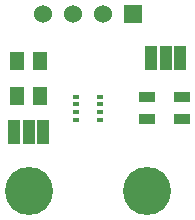
<source format=gts>
G04 (created by PCBNEW (2013-07-07 BZR 4022)-stable) date 4/12/2015 3:28:36 PM*
%MOIN*%
G04 Gerber Fmt 3.4, Leading zero omitted, Abs format*
%FSLAX34Y34*%
G01*
G70*
G90*
G04 APERTURE LIST*
%ADD10C,0.00590551*%
%ADD11R,0.055X0.035*%
%ADD12R,0.0393701X0.0787402*%
%ADD13R,0.0512X0.059*%
%ADD14R,0.019685X0.0137795*%
%ADD15R,0.06X0.06*%
%ADD16C,0.06*%
%ADD17C,0.16*%
G04 APERTURE END LIST*
G54D10*
G54D11*
X16929Y-11829D03*
X16929Y-12579D03*
X15748Y-11829D03*
X15748Y-12579D03*
G54D12*
X16377Y-10551D03*
X15905Y-10551D03*
X16850Y-10551D03*
X11811Y-12992D03*
X12283Y-12992D03*
X11338Y-12992D03*
G54D13*
X12186Y-11811D03*
X11436Y-11811D03*
X11436Y-10629D03*
X12186Y-10629D03*
G54D14*
X14183Y-11820D03*
X14183Y-12076D03*
X14183Y-12332D03*
X14183Y-12588D03*
X13375Y-12588D03*
X13375Y-12332D03*
X13375Y-12076D03*
X13375Y-11820D03*
G54D15*
X15279Y-9055D03*
G54D16*
X14279Y-9055D03*
X13279Y-9055D03*
X12279Y-9055D03*
G54D17*
X11811Y-14960D03*
X15748Y-14960D03*
M02*

</source>
